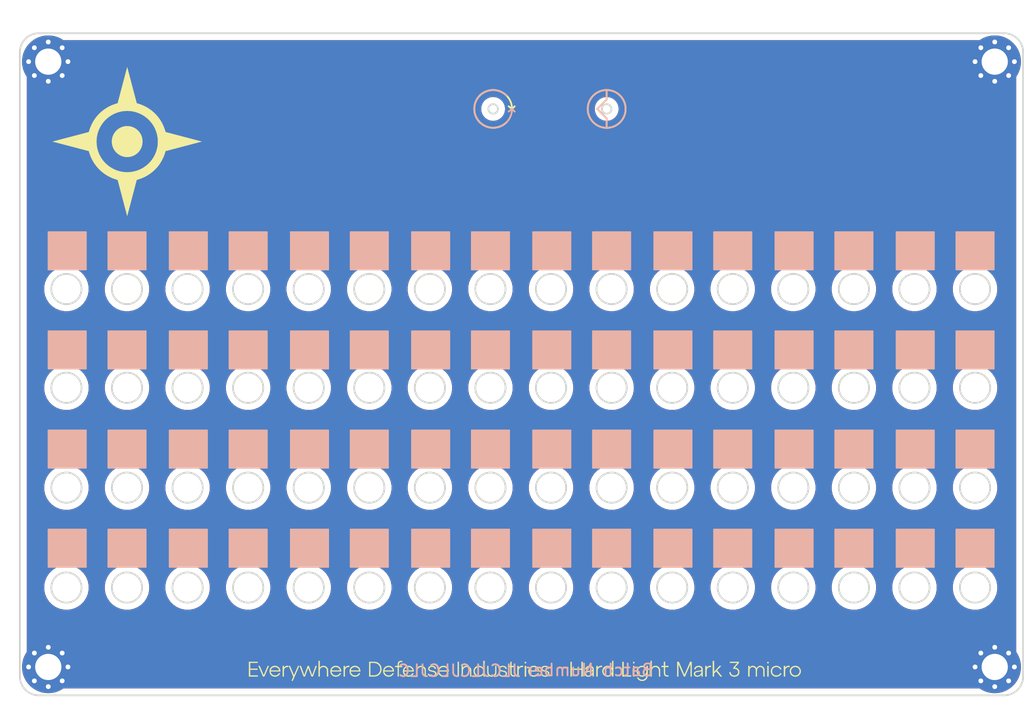
<source format=kicad_pcb>
(kicad_pcb (version 20171130) (host pcbnew "(5.1.6)-1")
  (layers (0 F.Cu signal) (31 B.Cu signal) (34 B.Paste user) (35 F.Paste user) (36 B.SilkS user) (37 F.SilkS user) (38 B.Mask user) (39 F.Mask user) (44 Edge.Cuts user))
  (net 0 "")
  (net 1 GND)
  (module EDI:hlmicro-front (layer F.Cu) (at 166.624 97.7265)
    (fp_text reference G*** hide)
    (fp_text value LOGO hide)
  )
  (module MountingHole:MountingHole_2.2mm_M2_Pad_Via (layer F.Cu) (at 206.375 122.2375 270)
    (fp_text reference H3 hide)
    (fp_text value "Mount Point")
    (pad 1 thru_hole circle (at 1.166726 -1.166726 270) (size 0.7 0.7) (drill 0.4) (layers *.Cu *.Mask) (net 1 GND))
    (pad 1 thru_hole circle (at 0 -1.65 270) (size 0.7 0.7) (drill 0.4) (layers *.Cu *.Mask) (net 1 GND))
    (pad 1 thru_hole circle (at -1.166726 -1.166726 270) (size 0.7 0.7) (drill 0.4) (layers *.Cu *.Mask) (net 1 GND))
    (pad 1 thru_hole circle (at -1.65 0 270) (size 0.7 0.7) (drill 0.4) (layers *.Cu *.Mask) (net 1 GND))
    (pad 1 thru_hole circle (at -1.166726 1.166726 270) (size 0.7 0.7) (drill 0.4) (layers *.Cu *.Mask) (net 1 GND))
    (pad 1 thru_hole circle (at 0 1.65 270) (size 0.7 0.7) (drill 0.4) (layers *.Cu *.Mask) (net 1 GND))
    (pad 1 thru_hole circle (at 1.166726 1.166726 270) (size 0.7 0.7) (drill 0.4) (layers *.Cu *.Mask) (net 1 GND))
    (pad 1 thru_hole circle (at 1.65 0 270) (size 0.7 0.7) (drill 0.4) (layers *.Cu *.Mask) (net 1 GND))
    (pad 1 thru_hole circle (at 0 0 270) (size 4.4 4.4) (drill 2.2) (layers *.Cu *.Mask) (net 1 GND))
  )
  (module MountingHole:MountingHole_2.2mm_M2_Pad_Via (layer F.Cu) (at 127 122.2375 270)
    (fp_text reference H2 hide)
    (fp_text value "Mount Point")
    (pad 1 thru_hole circle (at 1.166726 -1.166726 270) (size 0.7 0.7) (drill 0.4) (layers *.Cu *.Mask) (net 1 GND))
    (pad 1 thru_hole circle (at 0 -1.65 270) (size 0.7 0.7) (drill 0.4) (layers *.Cu *.Mask) (net 1 GND))
    (pad 1 thru_hole circle (at -1.166726 -1.166726 270) (size 0.7 0.7) (drill 0.4) (layers *.Cu *.Mask) (net 1 GND))
    (pad 1 thru_hole circle (at -1.65 0 270) (size 0.7 0.7) (drill 0.4) (layers *.Cu *.Mask) (net 1 GND))
    (pad 1 thru_hole circle (at -1.166726 1.166726 270) (size 0.7 0.7) (drill 0.4) (layers *.Cu *.Mask) (net 1 GND))
    (pad 1 thru_hole circle (at 0 1.65 270) (size 0.7 0.7) (drill 0.4) (layers *.Cu *.Mask) (net 1 GND))
    (pad 1 thru_hole circle (at 1.166726 1.166726 270) (size 0.7 0.7) (drill 0.4) (layers *.Cu *.Mask) (net 1 GND))
    (pad 1 thru_hole circle (at 1.65 0 270) (size 0.7 0.7) (drill 0.4) (layers *.Cu *.Mask) (net 1 GND))
    (pad 1 thru_hole circle (at 0 0 270) (size 4.4 4.4) (drill 2.2) (layers *.Cu *.Mask) (net 1 GND))
  )
  (module MountingHole:MountingHole_2.2mm_M2_Pad_Via (layer F.Cu) (at 206.375 71.4375 270)
    (fp_text reference H1 hide)
    (fp_text value "Mount Point")
    (pad 1 thru_hole circle (at 1.166726 -1.166726 270) (size 0.7 0.7) (drill 0.4) (layers *.Cu *.Mask) (net 1 GND))
    (pad 1 thru_hole circle (at 0 -1.65 270) (size 0.7 0.7) (drill 0.4) (layers *.Cu *.Mask) (net 1 GND))
    (pad 1 thru_hole circle (at -1.166726 -1.166726 270) (size 0.7 0.7) (drill 0.4) (layers *.Cu *.Mask) (net 1 GND))
    (pad 1 thru_hole circle (at -1.65 0 270) (size 0.7 0.7) (drill 0.4) (layers *.Cu *.Mask) (net 1 GND))
    (pad 1 thru_hole circle (at -1.166726 1.166726 270) (size 0.7 0.7) (drill 0.4) (layers *.Cu *.Mask) (net 1 GND))
    (pad 1 thru_hole circle (at 0 1.65 270) (size 0.7 0.7) (drill 0.4) (layers *.Cu *.Mask) (net 1 GND))
    (pad 1 thru_hole circle (at 1.166726 1.166726 270) (size 0.7 0.7) (drill 0.4) (layers *.Cu *.Mask) (net 1 GND))
    (pad 1 thru_hole circle (at 1.65 0 270) (size 0.7 0.7) (drill 0.4) (layers *.Cu *.Mask) (net 1 GND))
    (pad 1 thru_hole circle (at 0 0 270) (size 4.4 4.4) (drill 2.2) (layers *.Cu *.Mask) (net 1 GND))
  )
  (module MountingHole:MountingHole_2.2mm_M2_Pad_Via (layer F.Cu) (at 127 71.4375 270)
    (fp_text reference H0 hide)
    (fp_text value "Mount Point")
    (pad 1 thru_hole circle (at 1.166726 -1.166726 270) (size 0.7 0.7) (drill 0.4) (layers *.Cu *.Mask) (net 1 GND))
    (pad 1 thru_hole circle (at 0 -1.65 270) (size 0.7 0.7) (drill 0.4) (layers *.Cu *.Mask) (net 1 GND))
    (pad 1 thru_hole circle (at -1.166726 -1.166726 270) (size 0.7 0.7) (drill 0.4) (layers *.Cu *.Mask) (net 1 GND))
    (pad 1 thru_hole circle (at -1.65 0 270) (size 0.7 0.7) (drill 0.4) (layers *.Cu *.Mask) (net 1 GND))
    (pad 1 thru_hole circle (at -1.166726 1.166726 270) (size 0.7 0.7) (drill 0.4) (layers *.Cu *.Mask) (net 1 GND))
    (pad 1 thru_hole circle (at 0 1.65 270) (size 0.7 0.7) (drill 0.4) (layers *.Cu *.Mask) (net 1 GND))
    (pad 1 thru_hole circle (at 1.166726 1.166726 270) (size 0.7 0.7) (drill 0.4) (layers *.Cu *.Mask) (net 1 GND))
    (pad 1 thru_hole circle (at 1.65 0 270) (size 0.7 0.7) (drill 0.4) (layers *.Cu *.Mask) (net 1 GND))
    (pad 1 thru_hole circle (at 0 0 270) (size 4.4 4.4) (drill 2.2) (layers *.Cu *.Mask) (net 1 GND))
  )
  (gr_arc (start 164.30625 75.40625) (end 165.89375 75.40625) (angle 135) (layer B.SilkS) (width 0.15))
  (gr_arc (start 164.30625 75.40625) (end 163.183718 76.528782) (angle 180) (layer B.SilkS) (width 0.15))
  (gr_line (start 165.89375 75.40625) (end 165.608 75.6285) (layer B.SilkS) (width 0.15))
  (gr_line (start 165.89375 75.40625) (end 166.116 75.6285) (layer B.SilkS) (width 0.15))
  (gr_line (start 173.83125 74.6125) (end 173.83125 73.81875) (layer B.SilkS) (width 0.15))
  (gr_circle (center 173.83125 75.40625) (end 175.41875 75.40625) (layer B.SilkS) (width 0.15))
  (gr_line (start 173.83125 76.99375) (end 173.83125 76.2) (layer B.SilkS) (width 0.15))
  (gr_line (start 173.83125 76.2) (end 173.0375 75.40625) (layer B.SilkS) (width 0.15))
  (gr_line (start 173.0375 75.40625) (end 173.83125 74.6125) (layer B.SilkS) (width 0.15))
  (gr_text "Batch Number" (at 172.4025 122.4915) (layer B.SilkS) (effects (font (size 1 1)) (justify mirror)))
  (gr_poly (pts (xy 201.295 105.54) (xy 198.12 105.54) (xy 198.12 102.365) (xy 201.295 102.365)) (layer B.SilkS) (width 0.1))
  (gr_poly (pts (xy 191.135 97.22) (xy 187.96 97.22) (xy 187.96 94.045) (xy 191.135 94.045)) (layer B.SilkS) (width 0.1))
  (gr_poly (pts (xy 191.135 105.54) (xy 187.96 105.54) (xy 187.96 102.365) (xy 191.135 102.365)) (layer B.SilkS) (width 0.1))
  (gr_poly (pts (xy 206.3115 105.54) (xy 203.1365 105.54) (xy 203.1365 102.365) (xy 206.3115 102.365)) (layer B.SilkS) (width 0.1))
  (gr_poly (pts (xy 206.3115 97.22) (xy 203.1365 97.22) (xy 203.1365 94.045) (xy 206.3115 94.045)) (layer B.SilkS) (width 0.1))
  (gr_poly (pts (xy 201.295 97.22) (xy 198.12 97.22) (xy 198.12 94.045) (xy 201.295 94.045)) (layer B.SilkS) (width 0.1))
  (gr_poly (pts (xy 196.1515 113.86) (xy 192.9765 113.86) (xy 192.9765 110.685) (xy 196.1515 110.685)) (layer B.SilkS) (width 0.1))
  (gr_poly (pts (xy 191.135 88.9) (xy 187.96 88.9) (xy 187.96 85.725) (xy 191.135 85.725)) (layer B.SilkS) (width 0.1))
  (gr_poly (pts (xy 206.3115 113.86) (xy 203.1365 113.86) (xy 203.1365 110.685) (xy 206.3115 110.685)) (layer B.SilkS) (width 0.1))
  (gr_poly (pts (xy 206.3115 88.9) (xy 203.1365 88.9) (xy 203.1365 85.725) (xy 206.3115 85.725)) (layer B.SilkS) (width 0.1))
  (gr_poly (pts (xy 196.1515 88.9) (xy 192.9765 88.9) (xy 192.9765 85.725) (xy 196.1515 85.725)) (layer B.SilkS) (width 0.1))
  (gr_poly (pts (xy 196.1515 105.54) (xy 192.9765 105.54) (xy 192.9765 102.365) (xy 196.1515 102.365)) (layer B.SilkS) (width 0.1))
  (gr_poly (pts (xy 201.295 113.86) (xy 198.12 113.86) (xy 198.12 110.685) (xy 201.295 110.685)) (layer B.SilkS) (width 0.1))
  (gr_poly (pts (xy 191.135 113.86) (xy 187.96 113.86) (xy 187.96 110.685) (xy 191.135 110.685)) (layer B.SilkS) (width 0.1))
  (gr_poly (pts (xy 201.295 88.9) (xy 198.12 88.9) (xy 198.12 85.725) (xy 201.295 85.725)) (layer B.SilkS) (width 0.1))
  (gr_poly (pts (xy 196.1515 97.22) (xy 192.9765 97.22) (xy 192.9765 94.045) (xy 196.1515 94.045)) (layer B.SilkS) (width 0.1))
  (gr_poly (pts (xy 175.8315 88.9) (xy 172.6565 88.9) (xy 172.6565 85.725) (xy 175.8315 85.725)) (layer B.SilkS) (width 0.1))
  (gr_poly (pts (xy 180.975 113.86) (xy 177.8 113.86) (xy 177.8 110.685) (xy 180.975 110.685)) (layer B.SilkS) (width 0.1))
  (gr_poly (pts (xy 170.815 113.86) (xy 167.64 113.86) (xy 167.64 110.685) (xy 170.815 110.685)) (layer B.SilkS) (width 0.1))
  (gr_poly (pts (xy 185.9915 88.9) (xy 182.8165 88.9) (xy 182.8165 85.725) (xy 185.9915 85.725)) (layer B.SilkS) (width 0.1))
  (gr_poly (pts (xy 175.8315 113.86) (xy 172.6565 113.86) (xy 172.6565 110.685) (xy 175.8315 110.685)) (layer B.SilkS) (width 0.1))
  (gr_poly (pts (xy 170.815 88.9) (xy 167.64 88.9) (xy 167.64 85.725) (xy 170.815 85.725)) (layer B.SilkS) (width 0.1))
  (gr_poly (pts (xy 180.975 88.9) (xy 177.8 88.9) (xy 177.8 85.725) (xy 180.975 85.725)) (layer B.SilkS) (width 0.1))
  (gr_poly (pts (xy 170.815 97.22) (xy 167.64 97.22) (xy 167.64 94.045) (xy 170.815 94.045)) (layer B.SilkS) (width 0.1))
  (gr_poly (pts (xy 185.9915 97.22) (xy 182.8165 97.22) (xy 182.8165 94.045) (xy 185.9915 94.045)) (layer B.SilkS) (width 0.1))
  (gr_poly (pts (xy 185.9915 105.54) (xy 182.8165 105.54) (xy 182.8165 102.365) (xy 185.9915 102.365)) (layer B.SilkS) (width 0.1))
  (gr_poly (pts (xy 175.8315 97.22) (xy 172.6565 97.22) (xy 172.6565 94.045) (xy 175.8315 94.045)) (layer B.SilkS) (width 0.1))
  (gr_poly (pts (xy 180.975 97.22) (xy 177.8 97.22) (xy 177.8 94.045) (xy 180.975 94.045)) (layer B.SilkS) (width 0.1))
  (gr_poly (pts (xy 170.815 105.54) (xy 167.64 105.54) (xy 167.64 102.365) (xy 170.815 102.365)) (layer B.SilkS) (width 0.1))
  (gr_poly (pts (xy 185.9915 113.86) (xy 182.8165 113.86) (xy 182.8165 110.685) (xy 185.9915 110.685)) (layer B.SilkS) (width 0.1))
  (gr_poly (pts (xy 175.8315 105.54) (xy 172.6565 105.54) (xy 172.6565 102.365) (xy 175.8315 102.365)) (layer B.SilkS) (width 0.1))
  (gr_poly (pts (xy 180.975 105.54) (xy 177.8 105.54) (xy 177.8 102.365) (xy 180.975 102.365)) (layer B.SilkS) (width 0.1))
  (gr_poly (pts (xy 160.655 105.54) (xy 157.48 105.54) (xy 157.48 102.365) (xy 160.655 102.365)) (layer B.SilkS) (width 0.1))
  (gr_poly (pts (xy 165.6715 88.9) (xy 162.4965 88.9) (xy 162.4965 85.725) (xy 165.6715 85.725)) (layer B.SilkS) (width 0.1))
  (gr_poly (pts (xy 165.6715 113.86) (xy 162.4965 113.86) (xy 162.4965 110.685) (xy 165.6715 110.685)) (layer B.SilkS) (width 0.1))
  (gr_poly (pts (xy 165.6715 97.22) (xy 162.4965 97.22) (xy 162.4965 94.045) (xy 165.6715 94.045)) (layer B.SilkS) (width 0.1))
  (gr_poly (pts (xy 155.5115 97.22) (xy 152.3365 97.22) (xy 152.3365 94.045) (xy 155.5115 94.045)) (layer B.SilkS) (width 0.1))
  (gr_poly (pts (xy 155.5115 113.86) (xy 152.3365 113.86) (xy 152.3365 110.685) (xy 155.5115 110.685)) (layer B.SilkS) (width 0.1))
  (gr_poly (pts (xy 160.655 113.86) (xy 157.48 113.86) (xy 157.48 110.685) (xy 160.655 110.685)) (layer B.SilkS) (width 0.1))
  (gr_poly (pts (xy 155.5115 88.9) (xy 152.3365 88.9) (xy 152.3365 85.725) (xy 155.5115 85.725)) (layer B.SilkS) (width 0.1))
  (gr_poly (pts (xy 160.655 88.9) (xy 157.48 88.9) (xy 157.48 85.725) (xy 160.655 85.725)) (layer B.SilkS) (width 0.1))
  (gr_poly (pts (xy 155.5115 105.54) (xy 152.3365 105.54) (xy 152.3365 102.365) (xy 155.5115 102.365)) (layer B.SilkS) (width 0.1))
  (gr_poly (pts (xy 165.6715 105.54) (xy 162.4965 105.54) (xy 162.4965 102.365) (xy 165.6715 102.365)) (layer B.SilkS) (width 0.1))
  (gr_poly (pts (xy 160.655 97.22) (xy 157.48 97.22) (xy 157.48 94.045) (xy 160.655 94.045)) (layer B.SilkS) (width 0.1))
  (gr_poly (pts (xy 150.495 97.22) (xy 147.32 97.22) (xy 147.32 94.045) (xy 150.495 94.045)) (layer B.SilkS) (width 0.1))
  (gr_poly (pts (xy 150.495 113.86) (xy 147.32 113.86) (xy 147.32 110.685) (xy 150.495 110.685)) (layer B.SilkS) (width 0.1))
  (gr_poly (pts (xy 150.495 105.54) (xy 147.32 105.54) (xy 147.32 102.365) (xy 150.495 102.365)) (layer B.SilkS) (width 0.1))
  (gr_poly (pts (xy 150.495 88.9) (xy 147.32 88.9) (xy 147.32 85.725) (xy 150.495 85.725)) (layer B.SilkS) (width 0.1))
  (gr_poly (pts (xy 145.3515 97.22) (xy 142.1765 97.22) (xy 142.1765 94.045) (xy 145.3515 94.045)) (layer B.SilkS) (width 0.1))
  (gr_poly (pts (xy 145.3515 113.86) (xy 142.1765 113.86) (xy 142.1765 110.685) (xy 145.3515 110.685)) (layer B.SilkS) (width 0.1))
  (gr_poly (pts (xy 145.3515 88.9) (xy 142.1765 88.9) (xy 142.1765 85.725) (xy 145.3515 85.725)) (layer B.SilkS) (width 0.1))
  (gr_poly (pts (xy 145.3515 105.54) (xy 142.1765 105.54) (xy 142.1765 102.365) (xy 145.3515 102.365)) (layer B.SilkS) (width 0.1))
  (gr_poly (pts (xy 140.335 97.22) (xy 137.16 97.22) (xy 137.16 94.045) (xy 140.335 94.045)) (layer B.SilkS) (width 0.1))
  (gr_poly (pts (xy 140.335 113.86) (xy 137.16 113.86) (xy 137.16 110.685) (xy 140.335 110.685)) (layer B.SilkS) (width 0.1))
  (gr_poly (pts (xy 140.335 105.54) (xy 137.16 105.54) (xy 137.16 102.365) (xy 140.335 102.365)) (layer B.SilkS) (width 0.1))
  (gr_poly (pts (xy 140.335 88.9) (xy 137.16 88.9) (xy 137.16 85.725) (xy 140.335 85.725)) (layer B.SilkS) (width 0.1))
  (gr_poly (pts (xy 135.1915 97.22) (xy 132.0165 97.22) (xy 132.0165 94.045) (xy 135.1915 94.045)) (layer B.SilkS) (width 0.1))
  (gr_poly (pts (xy 135.1915 113.86) (xy 132.0165 113.86) (xy 132.0165 110.685) (xy 135.1915 110.685)) (layer B.SilkS) (width 0.1))
  (gr_poly (pts (xy 135.1915 105.54) (xy 132.0165 105.54) (xy 132.0165 102.365) (xy 135.1915 102.365)) (layer B.SilkS) (width 0.1))
  (gr_poly (pts (xy 135.1915 88.9) (xy 132.0165 88.9) (xy 132.0165 85.725) (xy 135.1915 85.725)) (layer B.SilkS) (width 0.1))
  (gr_poly (pts (xy 130.175 113.86) (xy 127 113.86) (xy 127 110.685) (xy 130.175 110.685)) (layer B.SilkS) (width 0.1))
  (gr_poly (pts (xy 130.175 105.54) (xy 127 105.54) (xy 127 102.365) (xy 130.175 102.365)) (layer B.SilkS) (width 0.1))
  (gr_poly (pts (xy 130.175 97.22) (xy 127 97.22) (xy 127 94.045) (xy 130.175 94.045)) (layer B.SilkS) (width 0.1))
  (gr_poly (pts (xy 130.175 88.9) (xy 127 88.9) (xy 127 85.725) (xy 130.175 85.725)) (layer B.SilkS) (width 0.1))
  (gr_text JLCJLCJLCJLC (at 161.4805 122.555) (layer B.SilkS) (effects (font (size 1 1)) (justify mirror)))
  (gr_line (start 173.83125 76.2) (end 173.83125 76.99375) (layer F.SilkS) (width 0.15))
  (gr_line (start 173.0375 75.40625) (end 173.83125 76.2) (layer F.SilkS) (width 0.15))
  (gr_line (start 173.83125 74.6125) (end 173.0375 75.40625) (layer F.SilkS) (width 0.15))
  (gr_line (start 173.83125 73.81875) (end 173.83125 74.6125) (layer F.SilkS) (width 0.15))
  (gr_line (start 165.89375 75.40625) (end 166.116 75.184) (layer F.SilkS) (width 0.15))
  (gr_line (start 165.89375 75.40625) (end 165.608 75.184) (layer F.SilkS) (width 0.15))
  (gr_circle (center 173.83125 75.40625) (end 175.41875 75.40625) (layer F.SilkS) (width 0.15))
  (gr_arc (start 164.30625 75.40625) (end 165.89375 75.40625) (angle -135) (layer F.SilkS) (width 0.15))
  (gr_arc (start 164.30625 75.40625) (end 163.183718 74.283718) (angle -180) (layer F.SilkS) (width 0.15))
  (gr_circle (center 173.83125 75.40625) (end 174.23125 75.40625) (layer Edge.Cuts) (width 0.15))
  (gr_circle (center 164.30625 75.40625) (end 164.70625 75.40625) (layer Edge.Cuts) (width 0.15))
  (gr_arc (start 207.16875 123.03125) (end 207.16875 124.61875) (angle -90) (layer Edge.Cuts) (width 0.15))
  (gr_line (start 126.20625 124.61875) (end 207.16875 124.61875) (layer Edge.Cuts) (width 0.15))
  (gr_arc (start 126.20625 123.03125) (end 124.61875 123.03125) (angle -90) (layer Edge.Cuts) (width 0.15))
  (gr_line (start 208.75625 70.64375) (end 208.75625 123.03125) (layer Edge.Cuts) (width 0.15))
  (gr_arc (start 207.16875 70.64375) (end 208.75625 70.64375) (angle -90) (layer Edge.Cuts) (width 0.15))
  (gr_line (start 126.20625 69.05625) (end 207.16875 69.05625) (layer Edge.Cuts) (width 0.15))
  (gr_arc (start 126.20625 70.64375) (end 126.20625 69.05625) (angle -90) (layer Edge.Cuts) (width 0.15))
  (gr_line (start 124.61875 123.03125) (end 124.61875 70.64375) (layer Edge.Cuts) (width 0.15))
  (gr_circle (center 164.08146 90.52052) (end 164.08146 91.79052) (layer Edge.Cuts) (width 0.15))
  (gr_circle (center 153.92146 90.52052) (end 153.92146 91.79052) (layer Edge.Cuts) (width 0.15))
  (gr_circle (center 148.84146 90.52052) (end 148.84146 91.79052) (layer Edge.Cuts) (width 0.15))
  (gr_circle (center 159.00146 90.52052) (end 159.00146 91.79052) (layer Edge.Cuts) (width 0.15))
  (gr_circle (center 128.52146 90.52052) (end 128.52146 91.79052) (layer Edge.Cuts) (width 0.15))
  (gr_circle (center 143.76146 90.52052) (end 143.76146 91.79052) (layer Edge.Cuts) (width 0.15))
  (gr_circle (center 169.16146 90.52052) (end 169.16146 91.79052) (layer Edge.Cuts) (width 0.15))
  (gr_circle (center 138.68146 90.52052) (end 138.68146 91.79052) (layer Edge.Cuts) (width 0.15))
  (gr_circle (center 133.60146 90.52052) (end 133.60146 91.79052) (layer Edge.Cuts) (width 0.15))
  (gr_circle (center 184.40146 90.52052) (end 184.40146 91.79052) (layer Edge.Cuts) (width 0.15))
  (gr_circle (center 189.48146 90.52052) (end 189.48146 91.79052) (layer Edge.Cuts) (width 0.15))
  (gr_circle (center 194.56146 90.52052) (end 194.56146 91.79052) (layer Edge.Cuts) (width 0.15))
  (gr_circle (center 204.72146 90.52052) (end 204.72146 91.79052) (layer Edge.Cuts) (width 0.15))
  (gr_circle (center 174.24146 90.52052) (end 174.24146 91.79052) (layer Edge.Cuts) (width 0.15))
  (gr_circle (center 179.32146 90.52052) (end 179.32146 91.79052) (layer Edge.Cuts) (width 0.15))
  (gr_circle (center 199.64146 90.52052) (end 199.64146 91.79052) (layer Edge.Cuts) (width 0.15))
  (gr_circle (center 128.524 98.806) (end 128.524 100.076) (layer Edge.Cuts) (width 0.15))
  (gr_circle (center 133.604 98.806) (end 133.604 100.076) (layer Edge.Cuts) (width 0.15))
  (gr_circle (center 138.684 98.806) (end 138.684 100.076) (layer Edge.Cuts) (width 0.15))
  (gr_circle (center 143.764 98.806) (end 143.764 100.076) (layer Edge.Cuts) (width 0.15))
  (gr_circle (center 148.844 98.806) (end 148.844 100.076) (layer Edge.Cuts) (width 0.15))
  (gr_circle (center 153.924 98.806) (end 153.924 100.076) (layer Edge.Cuts) (width 0.15))
  (gr_circle (center 159.004 98.806) (end 159.004 100.076) (layer Edge.Cuts) (width 0.15))
  (gr_circle (center 164.084 98.806) (end 164.084 100.076) (layer Edge.Cuts) (width 0.15))
  (gr_circle (center 169.164 98.806) (end 169.164 100.076) (layer Edge.Cuts) (width 0.15))
  (gr_circle (center 174.244 98.806) (end 174.244 100.076) (layer Edge.Cuts) (width 0.15))
  (gr_circle (center 179.324 98.806) (end 179.324 100.076) (layer Edge.Cuts) (width 0.15))
  (gr_circle (center 184.404 98.806) (end 184.404 100.076) (layer Edge.Cuts) (width 0.15))
  (gr_circle (center 189.484 98.806) (end 189.484 100.076) (layer Edge.Cuts) (width 0.15))
  (gr_circle (center 194.564 98.806) (end 194.564 100.076) (layer Edge.Cuts) (width 0.15))
  (gr_circle (center 199.644 98.806) (end 199.644 100.076) (layer Edge.Cuts) (width 0.15))
  (gr_circle (center 204.724 98.806) (end 204.724 100.076) (layer Edge.Cuts) (width 0.15))
  (gr_circle (center 204.724 107.188) (end 204.724 108.458) (layer Edge.Cuts) (width 0.15))
  (gr_circle (center 199.644 107.188) (end 199.644 108.458) (layer Edge.Cuts) (width 0.15))
  (gr_circle (center 194.564 107.188) (end 194.564 108.458) (layer Edge.Cuts) (width 0.15))
  (gr_circle (center 189.484 107.188) (end 189.484 108.458) (layer Edge.Cuts) (width 0.15))
  (gr_circle (center 184.404 107.188) (end 184.404 108.458) (layer Edge.Cuts) (width 0.15))
  (gr_circle (center 179.324 107.188) (end 179.324 108.458) (layer Edge.Cuts) (width 0.15))
  (gr_circle (center 174.244 107.188) (end 174.244 108.458) (layer Edge.Cuts) (width 0.15))
  (gr_circle (center 169.164 107.188) (end 169.164 105.918) (layer Edge.Cuts) (width 0.15))
  (gr_circle (center 164.084 107.188) (end 164.084 108.458) (layer Edge.Cuts) (width 0.15))
  (gr_circle (center 159.004 107.188) (end 159.004 108.458) (layer Edge.Cuts) (width 0.15))
  (gr_circle (center 153.924 107.188) (end 153.924 108.458) (layer Edge.Cuts) (width 0.15))
  (gr_circle (center 148.844 107.188) (end 148.844 108.458) (layer Edge.Cuts) (width 0.15))
  (gr_circle (center 143.764 107.188) (end 143.764 108.458) (layer Edge.Cuts) (width 0.15))
  (gr_circle (center 138.684 107.188) (end 138.684 108.458) (layer Edge.Cuts) (width 0.15))
  (gr_circle (center 133.604 107.188) (end 133.604 108.458) (layer Edge.Cuts) (width 0.15))
  (gr_circle (center 128.524 107.188) (end 128.524 108.458) (layer Edge.Cuts) (width 0.15))
  (gr_circle (center 128.524 115.57) (end 128.524 116.84) (layer Edge.Cuts) (width 0.15))
  (gr_circle (center 133.604 115.57) (end 133.604 116.84) (layer Edge.Cuts) (width 0.15))
  (gr_circle (center 138.684 115.57) (end 138.684 116.84) (layer Edge.Cuts) (width 0.15))
  (gr_circle (center 143.764 115.57) (end 143.764 116.84) (layer Edge.Cuts) (width 0.15))
  (gr_circle (center 148.844 115.57) (end 148.844 116.84) (layer Edge.Cuts) (width 0.15))
  (gr_circle (center 153.924 115.57) (end 153.924 116.84) (layer Edge.Cuts) (width 0.15))
  (gr_circle (center 159.004 115.57) (end 159.004 116.84) (layer Edge.Cuts) (width 0.15))
  (gr_circle (center 164.084 115.57) (end 164.084 116.84) (layer Edge.Cuts) (width 0.15))
  (gr_circle (center 169.164 115.57) (end 169.164 116.84) (layer Edge.Cuts) (width 0.15))
  (gr_circle (center 174.244 115.57) (end 174.244 116.84) (layer Edge.Cuts) (width 0.15))
  (gr_circle (center 179.324 115.57) (end 179.324 116.84) (layer Edge.Cuts) (width 0.15))
  (gr_circle (center 184.404 115.57) (end 184.404 116.84) (layer Edge.Cuts) (width 0.15))
  (gr_circle (center 189.484 115.57) (end 189.484 116.84) (layer Edge.Cuts) (width 0.15))
  (gr_circle (center 194.564 115.57) (end 194.564 116.84) (layer Edge.Cuts) (width 0.15))
  (gr_circle (center 199.644 115.57) (end 199.644 116.84) (layer Edge.Cuts) (width 0.15))
  (gr_circle (center 204.724 115.57) (end 205.74 116.332) (layer Edge.Cuts) (width 0.15))
  (zone (net 1) (net_name GND) (layer F.Cu) (connect_pads (clearance 0.508)) (min_thickness 0.254) (fill yes (arc_segments 32) (thermal_gap 0.508) (thermal_bridge_width 0.508))
    (polygon (pts (xy 208.75625 124.61875) (xy 124.61875 124.61875) (xy 124.61875 69.05625) (xy 208.75625 69.05625)))
  )
  (zone (net 1) (net_name GND) (layer B.Cu) (connect_pads (clearance 0.508)) (min_thickness 0.254) (fill yes (arc_segments 32) (thermal_gap 0.508) (thermal_bridge_width 0.508))
    (polygon (pts (xy 208.75625 124.61875) (xy 124.61875 124.61875) (xy 124.61875 69.05625) (xy 208.75625 69.05625)))
  )
)
</source>
